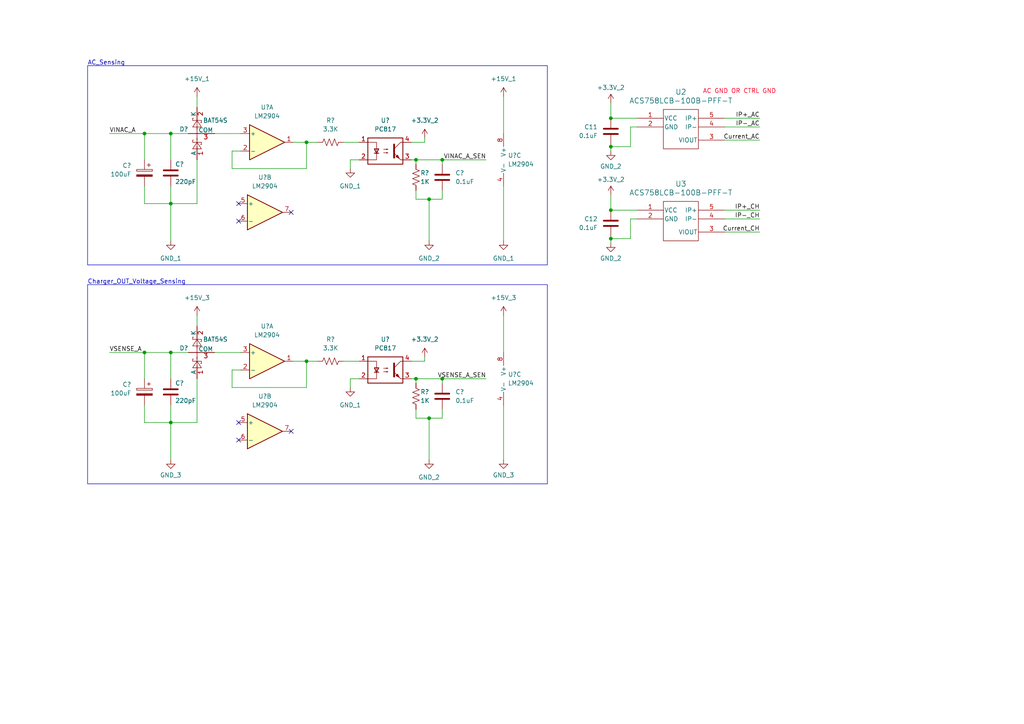
<source format=kicad_sch>
(kicad_sch (version 20230121) (generator eeschema)
  (paper "A4")
  (lib_symbols
    (symbol "Major_Project:+15V_1" (power) (pin_names (offset 0))
      (property "Value" "+15V_1" (at 0 3.556 0))
      (symbol "+15V_1_0_1"
        (polyline (pts (xy -0.762 1.27) (xy 0 2.54)))
        (polyline (pts (xy 0 0) (xy 0 2.54)))
        (polyline (pts (xy 0 2.54) (xy 0.762 1.27)))
      )
      (symbol "+15V_1_1_1"
        (pin power_in line (at 0 0 90) (length 0) hide (name "+15V_1") (number "1"))
      )
    )
    (symbol "Major_Project:+15V_3" (power) (pin_names (offset 0))
      (property "Value" "+15V_3" (at 0 3.556 0))
      (symbol "+15V_3_0_1"
        (polyline (pts (xy -0.762 1.27) (xy 0 2.54)))
        (polyline (pts (xy 0 0) (xy 0 2.54)))
        (polyline (pts (xy 0 2.54) (xy 0.762 1.27)))
      )
      (symbol "+15V_3_1_1"
        (pin power_in line (at 0 0 90) (length 0) hide (name "+15V_3") (number "1"))
      )
    )
    (symbol "Major_Project:+3.3V_2" (power) (pin_names (offset 0))
      (property "Value" "+3.3V_2" (at 0 3.556 0))
      (symbol "+3.3V_2_0_1"
        (polyline (pts (xy -0.762 1.27) (xy 0 2.54)))
        (polyline (pts (xy 0 0) (xy 0 2.54)))
        (polyline (pts (xy 0 2.54) (xy 0.762 1.27)))
      )
      (symbol "+3.3V_2_1_1"
        (pin power_in line (at 0 0 90) (length 0) hide (name "+3.3V_2") (number "1"))
      )
    )
    (symbol "Major_Project:0.1uF" (pin_numbers hide) (pin_names (offset 0.254))
      (property "Reference" "C" (at 0.635 2.54 0))
      (property "Value" "0.1uF" (at 0.635 -2.54 0))
      (symbol "0.1uF_0_1"
        (polyline (pts (xy -2.032 -0.762) (xy 2.032 -0.762)) (stroke (width 0.508)))
        (polyline (pts (xy -2.032 0.762) (xy 2.032 0.762)) (stroke (width 0.508)))
      )
      (symbol "0.1uF_1_1"
        (pin passive line (at 0 3.81 270) (length 2.794) (name "~") (number "1"))
        (pin passive line (at 0 -3.81 90) (length 2.794) (name "~") (number "2"))
      )
    )
    (symbol "Major_Project:100uF" (pin_numbers hide) (pin_names (offset 0.254))
      (property "Reference" "C" (at 0.635 2.54 0))
      (property "Value" "100uF" (at 0.635 -2.54 0))
      (symbol "100uF_0_1"
        (rectangle (start -2.286 0.508) (end 2.286 1.016))
        (polyline (pts (xy -1.778 2.286) (xy -0.762 2.286)))
        (polyline (pts (xy -1.27 2.794) (xy -1.27 1.778)))
        (rectangle (start 2.286 -0.508) (end -2.286 -1.016) (fill (type outline)))
      )
      (symbol "100uF_1_1"
        (pin passive line (at 0 3.81 270) (length 2.794) (name "~") (number "1"))
        (pin passive line (at 0 -3.81 90) (length 2.794) (name "~") (number "2"))
      )
    )
    (symbol "Major_Project:1K" (pin_numbers hide) (pin_names (offset 0))
      (property "Reference" "R" (at 2.54 0 90))
      (property "Value" "1K" (at -2.54 0 90))
      (symbol "1K_0_1"
        (polyline (pts (xy 0 -2.286) (xy 0 -2.54)))
        (polyline (pts (xy 0 2.286) (xy 0 2.54)))
        (polyline (pts (xy 0 -0.762) (xy 1.016 -1.143) (xy 0 -1.524) (xy -1.016 -1.905) (xy 0 -2.286)))
        (polyline (pts (xy 0 0.762) (xy 1.016 0.381) (xy 0 0) (xy -1.016 -0.381) (xy 0 -0.762)))
        (polyline (pts (xy 0 2.286) (xy 1.016 1.905) (xy 0 1.524) (xy -1.016 1.143) (xy 0 0.762)))
      )
      (symbol "1K_1_1"
        (pin passive line (at 0 3.81 270) (length 1.27) (name "~") (number "1"))
        (pin passive line (at 0 -3.81 90) (length 1.27) (name "~") (number "2"))
      )
    )
    (symbol "Major_Project:220pF" (pin_numbers hide) (pin_names (offset 0.254))
      (property "Reference" "C" (at 0.635 2.54 0))
      (property "Value" "220pF" (at 0.635 -2.54 0))
      (symbol "220pF_0_1"
        (polyline (pts (xy -2.032 -0.762) (xy 2.032 -0.762)) (stroke (width 0.508)))
        (polyline (pts (xy -2.032 0.762) (xy 2.032 0.762)) (stroke (width 0.508)))
      )
      (symbol "220pF_1_1"
        (pin passive line (at 0 3.81 270) (length 2.794) (name "~") (number "1"))
        (pin passive line (at 0 -3.81 90) (length 2.794) (name "~") (number "2"))
      )
    )
    (symbol "Major_Project:3.3K" (pin_numbers hide) (pin_names (offset 0))
      (property "Reference" "R" (at 2.54 0 90))
      (property "Value" "3.3K" (at -2.54 0 90))
      (symbol "3.3K_0_1"
        (polyline (pts (xy 0 -2.286) (xy 0 -2.54)))
        (polyline (pts (xy 0 2.286) (xy 0 2.54)))
        (polyline (pts (xy 0 -0.762) (xy 1.016 -1.143) (xy 0 -1.524) (xy -1.016 -1.905) (xy 0 -2.286)))
        (polyline (pts (xy 0 0.762) (xy 1.016 0.381) (xy 0 0) (xy -1.016 -0.381) (xy 0 -0.762)))
        (polyline (pts (xy 0 2.286) (xy 1.016 1.905) (xy 0 1.524) (xy -1.016 1.143) (xy 0 0.762)))
      )
      (symbol "3.3K_1_1"
        (pin passive line (at 0 3.81 270) (length 1.27) (name "~") (number "1"))
        (pin passive line (at 0 -3.81 90) (length 1.27) (name "~") (number "2"))
      )
    )
    (symbol "Major_Project:ACS758LCB-100B-PFF-T" (pin_names (offset 0.254))
      (property "Reference" "U" (at 0 8.89 0))
      (property "Value" "ACS758LCB-100B-PFF-T" (at 1.27 6.35 0))
      (symbol "ACS758LCB-100B-PFF-T_0_1"
        (pin power_in line (at -12.7 2.54 0) (length 7.62) (name "VCC") (number "1"))
        (pin power_in line (at -12.7 0 0) (length 7.62) (name "GND") (number "2"))
        (pin output line (at 12.7 -3.81 180) (length 7.62) (name "VIOUT") (number "3"))
        (pin unspecified line (at 12.7 0 180) (length 7.62) (name "IP-") (number "4"))
        (pin unspecified line (at 12.7 2.54 180) (length 7.62) (name "IP+") (number "5"))
      )
      (symbol "ACS758LCB-100B-PFF-T_1_1"
        (rectangle (start -5.08 5.08) (end 5.08 -6.35))
      )
    )
    (symbol "Major_Project:BAT54S" (pin_names (offset 0))
      (property "Reference" "D" (at 2.54 -5.08 0))
      (property "Value" "BAT54S" (at -6.35 3.175 0))
      (symbol "BAT54S_0_1"
        (polyline (pts (xy -3.81 0) (xy -1.27 0)))
        (polyline (pts (xy -3.175 -1.27) (xy -3.175 -1.016)))
        (polyline (pts (xy -2.54 -1.27) (xy -3.175 -1.27)))
        (polyline (pts (xy -2.54 -1.27) (xy -2.54 1.27)))
        (polyline (pts (xy -2.54 1.27) (xy -1.905 1.27)))
        (polyline (pts (xy -1.905 0) (xy 1.905 0)))
        (polyline (pts (xy -1.905 1.27) (xy -1.905 1.016)))
        (polyline (pts (xy 1.27 0) (xy 3.81 0)))
        (polyline (pts (xy 3.175 -1.27) (xy 3.175 -1.016)))
        (polyline (pts (xy 3.81 -1.27) (xy 3.175 -1.27)))
        (polyline (pts (xy 3.81 -1.27) (xy 3.81 1.27)))
        (polyline (pts (xy 3.81 1.27) (xy 4.445 1.27)))
        (polyline (pts (xy 4.445 1.27) (xy 4.445 1.016)))
        (polyline (pts (xy -4.445 1.27) (xy -4.445 -1.27) (xy -2.54 0) (xy -4.445 1.27)))
        (polyline (pts (xy 1.905 1.27) (xy 1.905 -1.27) (xy 3.81 0) (xy 1.905 1.27)))
      )
      (symbol "BAT54S_1_1"
        (pin input line (at 0 2.54 270) (length 2.54) (name "") (number ""))
        (pin passive line (at -7.62 0 0) (length 3.81) (name "A") (number "1"))
        (pin passive line (at 7.62 0 180) (length 3.81) (name "K") (number "2"))
        (pin passive line (at 0 -5.08 90) (length 5.08) (name "COM") (number "3"))
      )
    )
    (symbol "Major_Project:GND_1" (power) (pin_names (offset 0))
      (property "Value" "GND_1" (at 0 -3.81 0))
      (symbol "GND_1_0_1"
        (polyline (pts (xy 0 0) (xy 0 -1.27) (xy 1.27 -1.27) (xy 0 -2.54) (xy -1.27 -1.27) (xy 0 -1.27)))
      )
      (symbol "GND_1_1_1"
        (pin power_in line (at 0 0 270) (length 0) hide (name "GND_1") (number "1"))
      )
    )
    (symbol "Major_Project:GND_2" (power) (pin_names (offset 0))
      (property "Value" "GND_2" (at 0 -3.81 0))
      (symbol "GND_2_0_1"
        (polyline (pts (xy 0 0) (xy 0 -1.27) (xy 1.27 -1.27) (xy 0 -2.54) (xy -1.27 -1.27) (xy 0 -1.27)))
      )
      (symbol "GND_2_1_1"
        (pin power_in line (at 0 0 270) (length 0) hide (name "GND_2") (number "1"))
      )
    )
    (symbol "Major_Project:GND_3" (power) (pin_names (offset 0))
      (property "Value" "GND_3" (at 0 -3.81 0))
      (symbol "GND_3_0_1"
        (polyline (pts (xy 0 0) (xy 0 -1.27) (xy 1.27 -1.27) (xy 0 -2.54) (xy -1.27 -1.27) (xy 0 -1.27)))
      )
      (symbol "GND_3_1_1"
        (pin power_in line (at 0 0 270) (length 0) hide (name "GND_3") (number "1"))
      )
    )
    (symbol "Major_Project:LM2904" (pin_names (offset 0.127))
      (property "Reference" "U" (at 0 5.08 0))
      (property "Value" "LM2904" (at 0 -5.08 0))
      (symbol "LM2904_1_1"
        (polyline (pts (xy -5.08 5.08) (xy 5.08 0) (xy -5.08 -5.08) (xy -5.08 5.08)) (stroke (width 0.254)) (fill (type background)))
        (pin output line (at 7.62 0 180) (length 2.54) (name "~") (number "1"))
        (pin input line (at -7.62 -2.54 0) (length 2.54) (name "-") (number "2"))
        (pin input line (at -7.62 2.54 0) (length 2.54) (name "+") (number "3"))
      )
      (symbol "LM2904_2_1"
        (polyline (pts (xy -5.08 5.08) (xy 5.08 0) (xy -5.08 -5.08) (xy -5.08 5.08)) (stroke (width 0.254)) (fill (type background)))
        (pin input line (at -7.62 2.54 0) (length 2.54) (name "+") (number "5"))
        (pin input line (at -7.62 -2.54 0) (length 2.54) (name "-") (number "6"))
        (pin output line (at 7.62 0 180) (length 2.54) (name "~") (number "7"))
      )
      (symbol "LM2904_3_1"
        (pin power_in line (at -2.54 -7.62 90) (length 3.81) (name "V-") (number "4"))
        (pin power_in line (at -2.54 7.62 270) (length 3.81) (name "V+") (number "8"))
      )
    )
    (symbol "Major_Project:PC817" (pin_names (offset 1.016))
      (property "Reference" "U" (at -5.08 5.08 0))
      (property "Value" "PC817" (at 0 5.08 0))
      (symbol "PC817_0_1"
        (polyline (pts (xy -3.175 -0.635) (xy -1.905 -0.635)) (stroke (width 0.254)))
        (polyline (pts (xy 2.54 0.635) (xy 4.445 2.54)))
        (polyline (pts (xy 4.445 -2.54) (xy 2.54 -0.635)) (fill (type outline)))
        (polyline (pts (xy 4.445 -2.54) (xy 5.08 -2.54)))
        (polyline (pts (xy 4.445 2.54) (xy 5.08 2.54)))
        (polyline (pts (xy -5.08 2.54) (xy -2.54 2.54) (xy -2.54 -0.635)))
        (polyline (pts (xy -2.54 -0.635) (xy -2.54 -2.54) (xy -5.08 -2.54)))
        (polyline (pts (xy 2.54 1.905) (xy 2.54 -1.905) (xy 2.54 -1.905)) (stroke (width 0.508)))
        (polyline (pts (xy -2.54 -0.635) (xy -3.175 0.635) (xy -1.905 0.635) (xy -2.54 -0.635)) (stroke (width 0.254)))
        (polyline (pts (xy -0.508 -0.508) (xy 0.762 -0.508) (xy 0.381 -0.635) (xy 0.381 -0.381) (xy 0.762 -0.508)))
        (polyline (pts (xy -0.508 0.508) (xy 0.762 0.508) (xy 0.381 0.381) (xy 0.381 0.635) (xy 0.762 0.508)))
        (polyline (pts (xy 3.048 -1.651) (xy 3.556 -1.143) (xy 4.064 -2.159) (xy 3.048 -1.651) (xy 3.048 -1.651)) (fill (type outline)))
      )
      (symbol "PC817_1_1"
        (rectangle (start -5.08 3.81) (end 5.08 -3.81) (stroke (width 0.254)))
        (pin passive line (at -7.62 2.54 0) (length 2.54) (name "~") (number "1"))
        (pin passive line (at -7.62 -2.54 0) (length 2.54) (name "~") (number "2"))
        (pin passive line (at 7.62 -2.54 180) (length 2.54) (name "~") (number "3"))
        (pin passive line (at 7.62 2.54 180) (length 2.54) (name "~") (number "4"))
      )
    )
  )
  (junction (at 177.165 42.545))
  (junction (at 88.9 104.775))
  (junction (at 41.91 102.235))
  (junction (at 49.53 59.055))
  (junction (at 177.165 69.215))
  (junction (at 120.65 46.355))
  (junction (at 41.91 38.735))
  (junction (at 88.9 41.275))
  (junction (at 128.27 109.855))
  (junction (at 49.53 38.735))
  (junction (at 177.165 60.96))
  (junction (at 128.27 46.355))
  (junction (at 177.165 34.29))
  (junction (at 49.53 102.235))
  (junction (at 124.46 121.285))
  (junction (at 124.46 57.785))
  (junction (at 49.53 122.555))
  (junction (at 120.65 109.855))
  (no_connect (at 69.215 64.135))
  (no_connect (at 69.215 127.635))
  (no_connect (at 69.215 122.555))
  (no_connect (at 84.455 61.595))
  (no_connect (at 84.455 125.095))
  (no_connect (at 69.215 59.055))
  (wire (pts (xy 41.91 59.055) (xy 49.53 59.055)))
  (wire (pts (xy 120.65 57.785) (xy 124.46 57.785)))
  (wire (pts (xy 85.09 104.775) (xy 88.9 104.775)))
  (wire (pts (xy 49.53 53.975) (xy 49.53 59.055)))
  (wire (pts (xy 67.31 107.315) (xy 69.85 107.315)))
  (wire (pts (xy 120.65 46.355) (xy 128.27 46.355)))
  (wire (pts (xy 88.9 41.275) (xy 92.075 41.275)))
  (wire (pts (xy 88.9 104.775) (xy 92.075 104.775)))
  (wire (pts (xy 62.23 38.735) (xy 69.85 38.735)))
  (wire (pts (xy 119.38 104.775) (xy 123.19 104.775)))
  (wire (pts (xy 184.785 36.83) (xy 182.88 36.83)))
  (wire (pts (xy 120.65 46.355) (xy 119.38 46.355)))
  (wire (pts (xy 146.05 117.475) (xy 146.05 133.35)))
  (wire (pts (xy 67.31 43.815) (xy 67.31 48.895)))
  (wire (pts (xy 62.23 102.235) (xy 69.85 102.235)))
  (wire (pts (xy 41.91 38.735) (xy 41.91 46.355)))
  (wire (pts (xy 41.91 122.555) (xy 49.53 122.555)))
  (wire (pts (xy 123.19 104.775) (xy 123.19 103.505)))
  (wire (pts (xy 120.65 109.855) (xy 119.38 109.855)))
  (wire (pts (xy 57.15 91.44) (xy 57.15 94.615)))
  (wire (pts (xy 182.88 36.83) (xy 182.88 42.545)))
  (wire (pts (xy 41.91 102.235) (xy 41.91 109.855)))
  (wire (pts (xy 101.6 112.395) (xy 101.6 109.855)))
  (wire (pts (xy 101.6 109.855) (xy 104.14 109.855)))
  (wire (pts (xy 120.65 121.285) (xy 120.65 118.745)))
  (wire (pts (xy 49.53 122.555) (xy 49.53 133.35)))
  (wire (pts (xy 128.27 121.285) (xy 124.46 121.285)))
  (wire (pts (xy 31.75 102.235) (xy 41.91 102.235)))
  (wire (pts (xy 99.695 41.275) (xy 104.14 41.275)))
  (wire (pts (xy 67.31 107.315) (xy 67.31 112.395)))
  (wire (pts (xy 177.165 34.29) (xy 184.785 34.29)))
  (wire (pts (xy 99.695 104.775) (xy 104.14 104.775)))
  (wire (pts (xy 120.65 57.785) (xy 120.65 55.245)))
  (wire (pts (xy 49.53 102.235) (xy 54.61 102.235)))
  (wire (pts (xy 128.27 118.745) (xy 128.27 121.285)))
  (wire (pts (xy 67.31 112.395) (xy 88.9 112.395)))
  (wire (pts (xy 177.165 56.515) (xy 177.165 60.96)))
  (wire (pts (xy 184.785 63.5) (xy 182.88 63.5)))
  (wire (pts (xy 128.27 109.855) (xy 128.27 111.125)))
  (wire (pts (xy 177.165 41.91) (xy 177.165 42.545)))
  (wire (pts (xy 85.09 41.275) (xy 88.9 41.275)))
  (wire (pts (xy 101.6 46.355) (xy 104.14 46.355)))
  (wire (pts (xy 177.165 69.215) (xy 177.165 70.485)))
  (wire (pts (xy 146.05 27.94) (xy 146.05 38.735)))
  (wire (pts (xy 182.88 63.5) (xy 182.88 69.215)))
  (wire (pts (xy 49.53 38.735) (xy 49.53 46.355)))
  (wire (pts (xy 101.6 48.895) (xy 101.6 46.355)))
  (wire (pts (xy 49.53 117.475) (xy 49.53 122.555)))
  (wire (pts (xy 146.05 53.975) (xy 146.05 69.85)))
  (wire (pts (xy 120.65 46.355) (xy 120.65 47.625)))
  (wire (pts (xy 119.38 41.275) (xy 123.19 41.275)))
  (wire (pts (xy 57.15 46.355) (xy 57.15 59.055)))
  (wire (pts (xy 123.19 41.275) (xy 123.19 40.005)))
  (wire (pts (xy 49.53 122.555) (xy 57.15 122.555)))
  (wire (pts (xy 128.27 55.245) (xy 128.27 57.785)))
  (wire (pts (xy 182.88 69.215) (xy 177.165 69.215)))
  (wire (pts (xy 41.91 53.975) (xy 41.91 59.055)))
  (wire (pts (xy 49.53 59.055) (xy 57.15 59.055)))
  (wire (pts (xy 41.91 102.235) (xy 49.53 102.235)))
  (wire (pts (xy 57.15 109.855) (xy 57.15 122.555)))
  (wire (pts (xy 124.46 121.285) (xy 124.46 133.35)))
  (wire (pts (xy 49.53 59.055) (xy 49.53 69.85)))
  (wire (pts (xy 41.91 38.735) (xy 49.53 38.735)))
  (wire (pts (xy 120.65 109.855) (xy 128.27 109.855)))
  (wire (pts (xy 49.53 38.735) (xy 54.61 38.735)))
  (wire (pts (xy 220.345 60.96) (xy 210.185 60.96)))
  (wire (pts (xy 220.345 63.5) (xy 210.185 63.5)))
  (wire (pts (xy 177.165 29.845) (xy 177.165 34.29)))
  (wire (pts (xy 128.27 57.785) (xy 124.46 57.785)))
  (wire (pts (xy 88.9 112.395) (xy 88.9 104.775)))
  (wire (pts (xy 49.53 102.235) (xy 49.53 109.855)))
  (wire (pts (xy 128.27 109.855) (xy 140.97 109.855)))
  (wire (pts (xy 88.9 48.895) (xy 88.9 41.275)))
  (wire (pts (xy 67.31 43.815) (xy 69.85 43.815)))
  (wire (pts (xy 120.65 121.285) (xy 124.46 121.285)))
  (wire (pts (xy 220.345 34.29) (xy 210.185 34.29)))
  (wire (pts (xy 67.31 48.895) (xy 88.9 48.895)))
  (wire (pts (xy 124.46 57.785) (xy 124.46 69.85)))
  (wire (pts (xy 41.91 117.475) (xy 41.91 122.555)))
  (wire (pts (xy 220.345 36.83) (xy 210.185 36.83)))
  (wire (pts (xy 220.345 40.64) (xy 210.185 40.64)))
  (wire (pts (xy 57.15 27.94) (xy 57.15 31.115)))
  (wire (pts (xy 220.345 67.31) (xy 210.185 67.31)))
  (wire (pts (xy 177.165 42.545) (xy 177.165 43.815)))
  (wire (pts (xy 177.165 60.96) (xy 184.785 60.96)))
  (wire (pts (xy 177.165 68.58) (xy 177.165 69.215)))
  (wire (pts (xy 128.27 46.355) (xy 140.97 46.355)))
  (wire (pts (xy 31.75 38.735) (xy 41.91 38.735)))
  (wire (pts (xy 120.65 109.855) (xy 120.65 111.125)))
  (wire (pts (xy 182.88 42.545) (xy 177.165 42.545)))
  (wire (pts (xy 146.05 91.44) (xy 146.05 102.235)))
  (wire (pts (xy 128.27 46.355) (xy 128.27 47.625)))
  (rectangle (start 25.4 19.05) (end 158.75 76.835))
  (rectangle (start 25.4 82.55) (end 158.75 140.335))
  (text "Charger_OUT_Voltage_Sensing" (at 25.4 82.55 0) (effects (font (size 1.27 1.27)) (justify left bottom)))
  (text "AC GND OR CTRL GND\n" (at 203.835 27.305 0) (effects (font (size 1.27 1.27)) (justify left bottom)))
  (text "AC_Sensing" (at 25.4 19.05 0) (effects (font (size 1.27 1.27)) (justify left bottom)))
  (label "IP+_AC" (at 220.345 34.29 180))
  (label "VINAC_A_SEN" (at 140.97 46.355 180))
  (label "VSENSE_A_SEN" (at 140.97 109.855 180))
  (label "IP-_CH" (at 220.345 63.5 180))
  (label "Current_AC" (at 220.345 40.64 180))
  (label "VINAC_A" (at 31.75 38.735 0))
  (label "Current_CH" (at 220.345 67.31 180))
  (label "VSENSE_A" (at 31.75 102.235 0))
  (label "IP+_CH" (at 220.345 60.96 180))
  (label "IP-_AC" (at 220.345 36.83 180))
  (symbol (lib_id "Major_Project:0.1uF") (at 128.27 51.435 0) (unit 1)
    (property "Reference" "C?" (at 132.08 50.165 0) (effects (justify left)))
    (property "Value" "0.1uF" (at 132.08 52.705 0) (effects (justify left)))
    (property "Footprint" "Capacitor_SMD:C_0603_1608Metric" (effects hide))
  )
  (symbol (lib_id "Major_Project:+3.3V_2") (at 177.165 56.515 0) (unit 1)
    (property "Reference" "#PWR026" (effects hide))
    (property "Value" "+3.3V_2" (at 177.165 52.07 0))
  )
  (symbol (lib_id "Major_Project:100uF") (at 41.91 113.665 0) (mirror y) (unit 1)
    (property "Reference" "C?" (at 38.1 111.506 0) (effects (justify left)))
    (property "Value" "100uF" (at 38.1 114.046 0) (effects (justify left)))
  )
  (symbol (lib_id "Major_Project:+3.3V_2") (at 123.19 103.505 0) (unit 1)
    (property "Reference" "#PWR?" (effects hide))
    (property "Value" "+3.3V_2" (at 123.19 98.425 0))
  )
  (symbol (lib_id "Major_Project:1K") (at 120.65 51.435 0) (unit 1)
    (property "Reference" "R?" (at 121.92 50.165 0) (effects (justify left)))
    (property "Value" "1K" (at 121.92 52.705 0) (effects (justify left)))
    (property "Footprint" "Resistor_SMD:R_1206_3216Metric" (effects hide))
  )
  (symbol (lib_id "Major_Project:GND_2") (at 124.46 133.35 0) (unit 1)
    (property "Reference" "#PWR?" (effects hide))
    (property "Value" "GND_2" (at 124.46 138.43 0))
  )
  (symbol (lib_id "Major_Project:+3.3V_2") (at 123.19 40.005 0) (unit 1)
    (property "Reference" "#PWR?" (effects hide))
    (property "Value" "+3.3V_2" (at 123.19 34.925 0))
  )
  (symbol (lib_id "Major_Project:GND_1") (at 49.53 69.85 0) (unit 1)
    (property "Reference" "#PWR?" (effects hide))
    (property "Value" "GND_1" (at 49.53 74.93 0))
  )
  (symbol (lib_id "Major_Project:100uF") (at 41.91 50.165 0) (mirror y) (unit 1)
    (property "Reference" "C?" (at 38.1 48.006 0) (effects (justify left)))
    (property "Value" "100uF" (at 38.1 50.546 0) (effects (justify left)))
  )
  (symbol (lib_id "Major_Project:0.1uF") (at 128.27 114.935 0) (unit 1)
    (property "Reference" "C?" (at 132.08 113.665 0) (effects (justify left)))
    (property "Value" "0.1uF" (at 132.08 116.205 0) (effects (justify left)))
    (property "Footprint" "Capacitor_SMD:C_0603_1608Metric" (effects hide))
  )
  (symbol (lib_id "Major_Project:0.1uF") (at 177.165 64.77 0) (mirror y) (unit 1)
    (property "Reference" "C12" (at 173.355 63.5 0) (effects (justify left)))
    (property "Value" "0.1uF" (at 173.355 66.04 0) (effects (justify left)))
    (property "Footprint" "Capacitor_SMD:C_0603_1608Metric" (effects hide))
  )
  (symbol (lib_id "Major_Project:PC817") (at 111.76 107.315 0) (unit 1)
    (property "Reference" "U?" (at 111.76 98.425 0))
    (property "Value" "PC817" (at 111.76 100.965 0))
    (property "Footprint" "Package_DIP:DIP-4_W7.62mm" (effects hide))
    (property "Datasheet" "http://www.soselectronic.cz/a_info/resource/d/pc817.pdf" (effects hide))
  )
  (symbol (lib_id "Major_Project:BAT54S") (at 57.15 102.235 90) (unit 1)
    (property "Reference" "D?" (at 54.6101 100.965 90) (effects (justify left)))
    (property "Value" "BAT54S" (at 66.04 98.425 90) (effects (justify left)))
    (property "Footprint" "Package_TO_SOT_SMD:SOT-23" (effects hide))
    (property "Datasheet" "https://www.diodes.com/assets/Datasheets/ds11005.pdf" (effects hide))
  )
  (symbol (lib_id "Major_Project:1K") (at 120.65 114.935 0) (unit 1)
    (property "Reference" "R?" (at 121.92 113.665 0) (effects (justify left)))
    (property "Value" "1K" (at 121.92 116.205 0) (effects (justify left)))
    (property "Footprint" "Resistor_SMD:R_1206_3216Metric" (effects hide))
  )
  (symbol (lib_id "Major_Project:+3.3V_2") (at 177.165 29.845 0) (unit 1)
    (property "Reference" "#PWR024" (effects hide))
    (property "Value" "+3.3V_2" (at 177.165 25.4 0))
  )
  (symbol (lib_id "Major_Project:GND_2") (at 124.46 69.85 0) (unit 1)
    (property "Reference" "#PWR?" (effects hide))
    (property "Value" "GND_2" (at 124.46 74.93 0))
  )
  (symbol (lib_id "Major_Project:GND_1") (at 146.05 69.85 0) (unit 1)
    (property "Reference" "#PWR?" (effects hide))
    (property "Value" "GND_1" (at 146.05 74.93 0))
  )
  (symbol (lib_id "Major_Project:+15V_1") (at 57.15 27.94 0) (unit 1)
    (property "Reference" "#PWR?" (effects hide))
    (property "Value" "+15V_1" (at 57.15 22.86 0))
  )
  (symbol (lib_id "Major_Project:LM2904") (at 148.59 109.855 0) (unit 3)
    (property "Reference" "U?" (at 147.32 108.585 0) (effects (justify left)))
    (property "Value" "LM2904" (at 147.32 111.125 0) (effects (justify left)))
    (property "Datasheet" "http://www.ti.com/lit/ds/symlink/lm358.pdf" (effects hide))
  )
  (symbol (lib_id "Major_Project:GND_2") (at 177.165 43.815 0) (unit 1)
    (property "Reference" "#PWR025" (effects hide))
    (property "Value" "GND_2" (at 177.165 48.26 0))
  )
  (symbol (lib_id "Major_Project:0.1uF") (at 177.165 38.1 0) (mirror y) (unit 1)
    (property "Reference" "C11" (at 173.355 36.83 0) (effects (justify left)))
    (property "Value" "0.1uF" (at 173.355 39.37 0) (effects (justify left)))
    (property "Footprint" "Capacitor_SMD:C_0603_1608Metric" (effects hide))
  )
  (symbol (lib_id "Major_Project:LM2904") (at 148.59 46.355 0) (unit 3)
    (property "Reference" "U?" (at 147.32 45.085 0) (effects (justify left)))
    (property "Value" "LM2904" (at 147.32 47.625 0) (effects (justify left)))
    (property "Datasheet" "http://www.ti.com/lit/ds/symlink/lm358.pdf" (effects hide))
  )
  (symbol (lib_id "Major_Project:LM2904") (at 76.835 125.095 0) (unit 2)
    (property "Reference" "U?" (at 76.835 114.935 0))
    (property "Value" "LM2904" (at 76.835 117.475 0))
    (property "Datasheet" "http://www.ti.com/lit/ds/symlink/lm358.pdf" (effects hide))
  )
  (symbol (lib_id "Major_Project:220pF") (at 49.53 50.165 0) (unit 1)
    (property "Reference" "C?" (at 50.8 47.625 0) (effects (justify left)))
    (property "Value" "220pF" (at 50.8 52.705 0) (effects (justify left)))
    (property "Footprint" "Capacitor_SMD:C_0603_1608Metric" (effects hide))
  )
  (symbol (lib_id "Major_Project:GND_1") (at 101.6 48.895 0) (unit 1)
    (property "Reference" "#PWR?" (effects hide))
    (property "Value" "GND_1" (at 101.6 53.975 0))
  )
  (symbol (lib_id "Major_Project:3.3K") (at 95.885 104.775 90) (unit 1)
    (property "Reference" "R?" (at 95.885 98.425 90))
    (property "Value" "3.3K" (at 95.885 100.965 90))
    (property "Footprint" "Resistor_SMD:R_1206_3216Metric" (effects hide))
  )
  (symbol (lib_id "Major_Project:220pF") (at 49.53 113.665 0) (unit 1)
    (property "Reference" "C?" (at 50.8 111.125 0) (effects (justify left)))
    (property "Value" "220pF" (at 50.8 116.205 0) (effects (justify left)))
    (property "Footprint" "Capacitor_SMD:C_0603_1608Metric" (effects hide))
  )
  (symbol (lib_id "Major_Project:+15V_1") (at 146.05 27.94 0) (unit 1)
    (property "Reference" "#PWR?" (effects hide))
    (property "Value" "+15V_1" (at 146.05 22.86 0))
  )
  (symbol (lib_id "Major_Project:+15V_3") (at 57.15 91.44 0) (unit 1)
    (property "Reference" "#PWR?" (effects hide))
    (property "Value" "+15V_3" (at 57.15 86.36 0))
  )
  (symbol (lib_id "Major_Project:3.3K") (at 95.885 41.275 90) (unit 1)
    (property "Reference" "R?" (at 95.885 34.925 90))
    (property "Value" "3.3K" (at 95.885 37.465 90))
    (property "Footprint" "Resistor_SMD:R_1206_3216Metric" (effects hide))
  )
  (symbol (lib_id "Major_Project:BAT54S") (at 57.15 38.735 90) (unit 1)
    (property "Reference" "D?" (at 54.6101 37.465 90) (effects (justify left)))
    (property "Value" "BAT54S" (at 66.04 34.925 90) (effects (justify left)))
    (property "Footprint" "Package_TO_SOT_SMD:SOT-23" (effects hide))
    (property "Datasheet" "https://www.diodes.com/assets/Datasheets/ds11005.pdf" (effects hide))
  )
  (symbol (lib_id "Major_Project:GND_3") (at 49.53 133.35 0) (unit 1)
    (property "Reference" "#PWR?" (effects hide))
    (property "Value" "GND_3" (at 49.53 137.795 0))
  )
  (symbol (lib_id "Major_Project:GND_3") (at 146.05 133.35 0) (unit 1)
    (property "Reference" "#PWR?" (effects hide))
    (property "Value" "GND_3" (at 146.05 137.795 0))
  )
  (symbol (lib_id "Major_Project:LM2904") (at 77.47 41.275 0) (unit 1)
    (property "Reference" "U?" (at 77.47 31.115 0))
    (property "Value" "LM2904" (at 77.47 33.655 0))
    (property "Datasheet" "http://www.ti.com/lit/ds/symlink/lm358.pdf" (effects hide))
  )
  (symbol (lib_id "Major_Project:+15V_3") (at 146.05 91.44 0) (unit 1)
    (property "Reference" "#PWR?" (effects hide))
    (property "Value" "+15V_3" (at 146.05 86.36 0))
  )
  (symbol (lib_id "Major_Project:ACS758LCB-100B-PFF-T") (at 197.485 63.5 0) (unit 1)
    (property "Reference" "U3" (at 197.485 53.34 0) (effects (font (size 1.524 1.524))))
    (property "Value" "ACS758LCB-100B-PFF-T" (at 197.485 55.88 0) (effects (font (size 1.524 1.524))))
    (property "Footprint" "Major_Project:PFF-5_ALM" (effects hide))
    (property "Datasheet" "ACS758LCB-100B-PFF-T" (effects hide))
  )
  (symbol (lib_id "Major_Project:PC817") (at 111.76 43.815 0) (unit 1)
    (property "Reference" "U?" (at 111.76 34.925 0))
    (property "Value" "PC817" (at 111.76 37.465 0))
    (property "Footprint" "Package_DIP:DIP-4_W7.62mm" (effects hide))
    (property "Datasheet" "http://www.soselectronic.cz/a_info/resource/d/pc817.pdf" (effects hide))
  )
  (symbol (lib_id "Major_Project:LM2904") (at 77.47 104.775 0) (unit 1)
    (property "Reference" "U?" (at 77.47 94.615 0))
    (property "Value" "LM2904" (at 77.47 97.155 0))
    (property "Datasheet" "http://www.ti.com/lit/ds/symlink/lm358.pdf" (effects hide))
  )
  (symbol (lib_id "Major_Project:GND_1") (at 101.6 112.395 0) (unit 1)
    (property "Reference" "#PWR?" (effects hide))
    (property "Value" "GND_1" (at 101.6 117.475 0))
  )
  (symbol (lib_id "Major_Project:LM2904") (at 76.835 61.595 0) (unit 2)
    (property "Reference" "U?" (at 76.835 51.435 0))
    (property "Value" "LM2904" (at 76.835 53.975 0))
    (property "Datasheet" "http://www.ti.com/lit/ds/symlink/lm358.pdf" (effects hide))
  )
  (symbol (lib_id "Major_Project:ACS758LCB-100B-PFF-T") (at 197.485 36.83 0) (unit 1)
    (property "Reference" "U2" (at 197.485 26.67 0) (effects (font (size 1.524 1.524))))
    (property "Value" "ACS758LCB-100B-PFF-T" (at 197.485 29.21 0) (effects (font (size 1.524 1.524))))
    (property "Footprint" "Major_Project:PFF-5_ALM" (effects hide))
    (property "Datasheet" "ACS758LCB-100B-PFF-T" (effects hide))
  )
  (symbol (lib_id "Major_Project:GND_2") (at 177.165 70.485 0) (unit 1)
    (property "Reference" "#PWR027" (effects hide))
    (property "Value" "GND_2" (at 177.165 74.93 0))
  )
)
</source>
